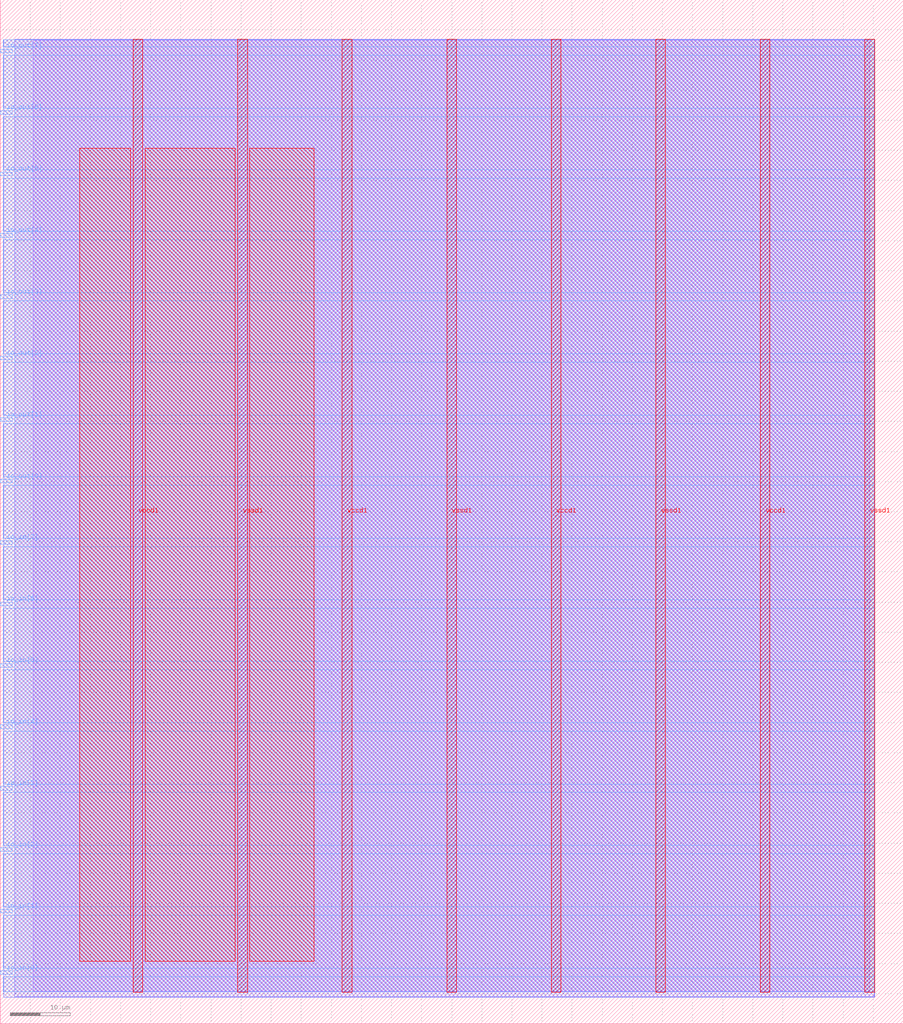
<source format=lef>
VERSION 5.7 ;
  NOWIREEXTENSIONATPIN ON ;
  DIVIDERCHAR "/" ;
  BUSBITCHARS "[]" ;
MACRO loxodes_sequencer
  CLASS BLOCK ;
  FOREIGN loxodes_sequencer ;
  ORIGIN 0.000 0.000 ;
  SIZE 150.000 BY 170.000 ;
  PIN io_in[0]
    DIRECTION INPUT ;
    USE SIGNAL ;
    PORT
      LAYER met3 ;
        RECT 0.000 8.200 2.000 8.800 ;
    END
  END io_in[0]
  PIN io_in[1]
    DIRECTION INPUT ;
    USE SIGNAL ;
    PORT
      LAYER met3 ;
        RECT 0.000 18.400 2.000 19.000 ;
    END
  END io_in[1]
  PIN io_in[2]
    DIRECTION INPUT ;
    USE SIGNAL ;
    PORT
      LAYER met3 ;
        RECT 0.000 28.600 2.000 29.200 ;
    END
  END io_in[2]
  PIN io_in[3]
    DIRECTION INPUT ;
    USE SIGNAL ;
    PORT
      LAYER met3 ;
        RECT 0.000 38.800 2.000 39.400 ;
    END
  END io_in[3]
  PIN io_in[4]
    DIRECTION INPUT ;
    USE SIGNAL ;
    PORT
      LAYER met3 ;
        RECT 0.000 49.000 2.000 49.600 ;
    END
  END io_in[4]
  PIN io_in[5]
    DIRECTION INPUT ;
    USE SIGNAL ;
    PORT
      LAYER met3 ;
        RECT 0.000 59.200 2.000 59.800 ;
    END
  END io_in[5]
  PIN io_in[6]
    DIRECTION INPUT ;
    USE SIGNAL ;
    PORT
      LAYER met3 ;
        RECT 0.000 69.400 2.000 70.000 ;
    END
  END io_in[6]
  PIN io_in[7]
    DIRECTION INPUT ;
    USE SIGNAL ;
    PORT
      LAYER met3 ;
        RECT 0.000 79.600 2.000 80.200 ;
    END
  END io_in[7]
  PIN io_out[0]
    DIRECTION OUTPUT TRISTATE ;
    USE SIGNAL ;
    PORT
      LAYER met3 ;
        RECT 0.000 89.800 2.000 90.400 ;
    END
  END io_out[0]
  PIN io_out[1]
    DIRECTION OUTPUT TRISTATE ;
    USE SIGNAL ;
    PORT
      LAYER met3 ;
        RECT 0.000 100.000 2.000 100.600 ;
    END
  END io_out[1]
  PIN io_out[2]
    DIRECTION OUTPUT TRISTATE ;
    USE SIGNAL ;
    PORT
      LAYER met3 ;
        RECT 0.000 110.200 2.000 110.800 ;
    END
  END io_out[2]
  PIN io_out[3]
    DIRECTION OUTPUT TRISTATE ;
    USE SIGNAL ;
    PORT
      LAYER met3 ;
        RECT 0.000 120.400 2.000 121.000 ;
    END
  END io_out[3]
  PIN io_out[4]
    DIRECTION OUTPUT TRISTATE ;
    USE SIGNAL ;
    PORT
      LAYER met3 ;
        RECT 0.000 130.600 2.000 131.200 ;
    END
  END io_out[4]
  PIN io_out[5]
    DIRECTION OUTPUT TRISTATE ;
    USE SIGNAL ;
    PORT
      LAYER met3 ;
        RECT 0.000 140.800 2.000 141.400 ;
    END
  END io_out[5]
  PIN io_out[6]
    DIRECTION OUTPUT TRISTATE ;
    USE SIGNAL ;
    PORT
      LAYER met3 ;
        RECT 0.000 151.000 2.000 151.600 ;
    END
  END io_out[6]
  PIN io_out[7]
    DIRECTION OUTPUT TRISTATE ;
    USE SIGNAL ;
    PORT
      LAYER met3 ;
        RECT 0.000 161.200 2.000 161.800 ;
    END
  END io_out[7]
  PIN vccd1
    DIRECTION INOUT ;
    USE POWER ;
    PORT
      LAYER met4 ;
        RECT 22.085 5.200 23.685 163.440 ;
    END
    PORT
      LAYER met4 ;
        RECT 56.815 5.200 58.415 163.440 ;
    END
    PORT
      LAYER met4 ;
        RECT 91.545 5.200 93.145 163.440 ;
    END
    PORT
      LAYER met4 ;
        RECT 126.275 5.200 127.875 163.440 ;
    END
  END vccd1
  PIN vssd1
    DIRECTION INOUT ;
    USE GROUND ;
    PORT
      LAYER met4 ;
        RECT 39.450 5.200 41.050 163.440 ;
    END
    PORT
      LAYER met4 ;
        RECT 74.180 5.200 75.780 163.440 ;
    END
    PORT
      LAYER met4 ;
        RECT 108.910 5.200 110.510 163.440 ;
    END
    PORT
      LAYER met4 ;
        RECT 143.640 5.200 145.240 163.440 ;
    END
  END vssd1
  OBS
      LAYER li1 ;
        RECT 5.520 5.355 144.440 163.285 ;
      LAYER met1 ;
        RECT 2.370 4.460 145.240 163.440 ;
      LAYER met2 ;
        RECT 0.550 4.430 145.210 163.385 ;
      LAYER met3 ;
        RECT 0.525 162.200 145.230 163.365 ;
        RECT 2.400 160.800 145.230 162.200 ;
        RECT 0.525 152.000 145.230 160.800 ;
        RECT 2.400 150.600 145.230 152.000 ;
        RECT 0.525 141.800 145.230 150.600 ;
        RECT 2.400 140.400 145.230 141.800 ;
        RECT 0.525 131.600 145.230 140.400 ;
        RECT 2.400 130.200 145.230 131.600 ;
        RECT 0.525 121.400 145.230 130.200 ;
        RECT 2.400 120.000 145.230 121.400 ;
        RECT 0.525 111.200 145.230 120.000 ;
        RECT 2.400 109.800 145.230 111.200 ;
        RECT 0.525 101.000 145.230 109.800 ;
        RECT 2.400 99.600 145.230 101.000 ;
        RECT 0.525 90.800 145.230 99.600 ;
        RECT 2.400 89.400 145.230 90.800 ;
        RECT 0.525 80.600 145.230 89.400 ;
        RECT 2.400 79.200 145.230 80.600 ;
        RECT 0.525 70.400 145.230 79.200 ;
        RECT 2.400 69.000 145.230 70.400 ;
        RECT 0.525 60.200 145.230 69.000 ;
        RECT 2.400 58.800 145.230 60.200 ;
        RECT 0.525 50.000 145.230 58.800 ;
        RECT 2.400 48.600 145.230 50.000 ;
        RECT 0.525 39.800 145.230 48.600 ;
        RECT 2.400 38.400 145.230 39.800 ;
        RECT 0.525 29.600 145.230 38.400 ;
        RECT 2.400 28.200 145.230 29.600 ;
        RECT 0.525 19.400 145.230 28.200 ;
        RECT 2.400 18.000 145.230 19.400 ;
        RECT 0.525 9.200 145.230 18.000 ;
        RECT 2.400 7.800 145.230 9.200 ;
        RECT 0.525 5.275 145.230 7.800 ;
      LAYER met4 ;
        RECT 13.175 10.375 21.685 145.345 ;
        RECT 24.085 10.375 39.050 145.345 ;
        RECT 41.450 10.375 52.145 145.345 ;
  END
END loxodes_sequencer
END LIBRARY


</source>
